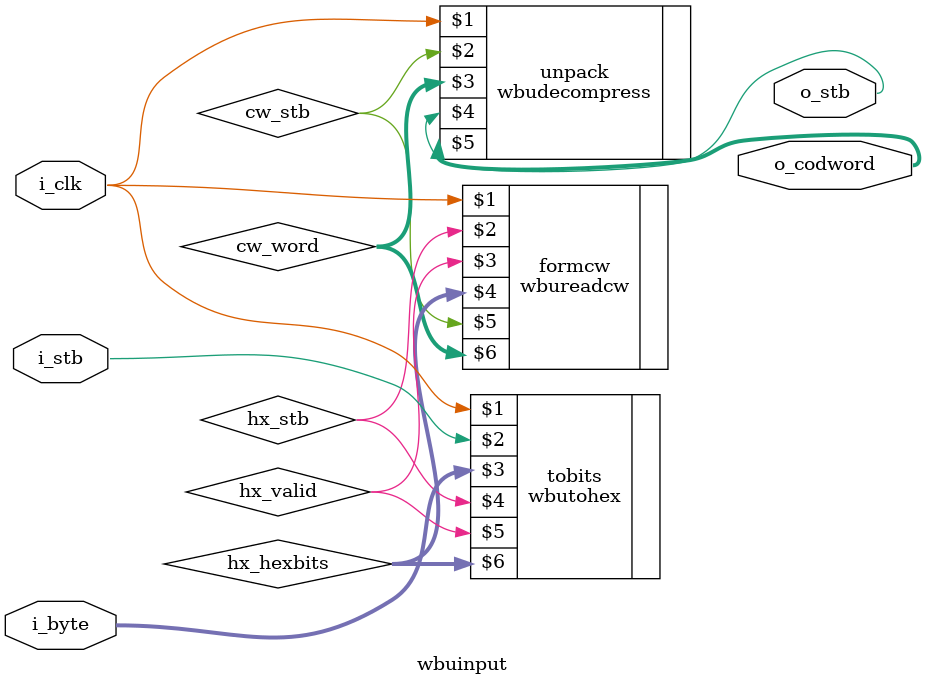
<source format=v>
module	wbuinput(i_clk, i_stb, i_byte, o_stb, o_codword);
	input	wire		i_clk, i_stb;
	input	wire	[7:0]	i_byte;
	output	wire		o_stb;
	output	wire	[35:0]	o_codword;

	wire		hx_stb, hx_valid;
	wire	[5:0]	hx_hexbits;
	wbutohex	tobits(i_clk, i_stb, i_byte,
				hx_stb, hx_valid, hx_hexbits);

	wire		cw_stb;
	wire	[35:0]	cw_word;
	wbureadcw	formcw(i_clk, hx_stb, hx_valid, hx_hexbits,
				cw_stb, cw_word);

// `define	DEBUGGING
`ifdef	DEBUGGING
	assign	o_stb = cw_stb;
	assign	o_codword = cw_word;
`else
	wbudecompress	unpack(i_clk,cw_stb,cw_word, o_stb, o_codword);
`endif

endmodule

</source>
